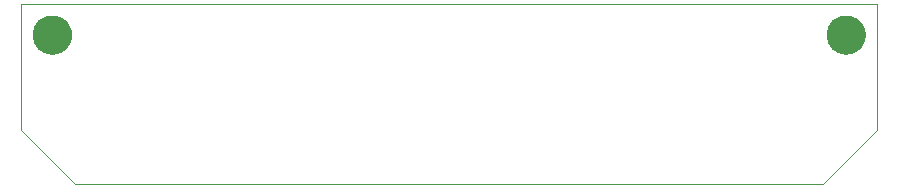
<source format=gbs>
G75*
%MOIN*%
%OFA0B0*%
%FSLAX25Y25*%
%IPPOS*%
%LPD*%
%AMOC8*
5,1,8,0,0,1.08239X$1,22.5*
%
%ADD10C,0.00000*%
%ADD11C,0.12998*%
D10*
X0018917Y0001200D02*
X0268523Y0001200D01*
X0286239Y0018917D01*
X0286239Y0061043D01*
X0001200Y0061043D01*
X0001200Y0018917D01*
X0018917Y0001200D01*
X0005137Y0050806D02*
X0005139Y0050964D01*
X0005145Y0051122D01*
X0005155Y0051280D01*
X0005169Y0051438D01*
X0005187Y0051595D01*
X0005208Y0051752D01*
X0005234Y0051908D01*
X0005264Y0052064D01*
X0005297Y0052219D01*
X0005335Y0052372D01*
X0005376Y0052525D01*
X0005421Y0052677D01*
X0005470Y0052828D01*
X0005523Y0052977D01*
X0005579Y0053125D01*
X0005639Y0053271D01*
X0005703Y0053416D01*
X0005771Y0053559D01*
X0005842Y0053701D01*
X0005916Y0053841D01*
X0005994Y0053978D01*
X0006076Y0054114D01*
X0006160Y0054248D01*
X0006249Y0054379D01*
X0006340Y0054508D01*
X0006435Y0054635D01*
X0006532Y0054760D01*
X0006633Y0054882D01*
X0006737Y0055001D01*
X0006844Y0055118D01*
X0006954Y0055232D01*
X0007067Y0055343D01*
X0007182Y0055452D01*
X0007300Y0055557D01*
X0007421Y0055659D01*
X0007544Y0055759D01*
X0007670Y0055855D01*
X0007798Y0055948D01*
X0007928Y0056038D01*
X0008061Y0056124D01*
X0008196Y0056208D01*
X0008332Y0056287D01*
X0008471Y0056364D01*
X0008612Y0056436D01*
X0008754Y0056506D01*
X0008898Y0056571D01*
X0009044Y0056633D01*
X0009191Y0056691D01*
X0009340Y0056746D01*
X0009490Y0056797D01*
X0009641Y0056844D01*
X0009793Y0056887D01*
X0009946Y0056926D01*
X0010101Y0056962D01*
X0010256Y0056993D01*
X0010412Y0057021D01*
X0010568Y0057045D01*
X0010725Y0057065D01*
X0010883Y0057081D01*
X0011040Y0057093D01*
X0011199Y0057101D01*
X0011357Y0057105D01*
X0011515Y0057105D01*
X0011673Y0057101D01*
X0011832Y0057093D01*
X0011989Y0057081D01*
X0012147Y0057065D01*
X0012304Y0057045D01*
X0012460Y0057021D01*
X0012616Y0056993D01*
X0012771Y0056962D01*
X0012926Y0056926D01*
X0013079Y0056887D01*
X0013231Y0056844D01*
X0013382Y0056797D01*
X0013532Y0056746D01*
X0013681Y0056691D01*
X0013828Y0056633D01*
X0013974Y0056571D01*
X0014118Y0056506D01*
X0014260Y0056436D01*
X0014401Y0056364D01*
X0014540Y0056287D01*
X0014676Y0056208D01*
X0014811Y0056124D01*
X0014944Y0056038D01*
X0015074Y0055948D01*
X0015202Y0055855D01*
X0015328Y0055759D01*
X0015451Y0055659D01*
X0015572Y0055557D01*
X0015690Y0055452D01*
X0015805Y0055343D01*
X0015918Y0055232D01*
X0016028Y0055118D01*
X0016135Y0055001D01*
X0016239Y0054882D01*
X0016340Y0054760D01*
X0016437Y0054635D01*
X0016532Y0054508D01*
X0016623Y0054379D01*
X0016712Y0054248D01*
X0016796Y0054114D01*
X0016878Y0053978D01*
X0016956Y0053841D01*
X0017030Y0053701D01*
X0017101Y0053559D01*
X0017169Y0053416D01*
X0017233Y0053271D01*
X0017293Y0053125D01*
X0017349Y0052977D01*
X0017402Y0052828D01*
X0017451Y0052677D01*
X0017496Y0052525D01*
X0017537Y0052372D01*
X0017575Y0052219D01*
X0017608Y0052064D01*
X0017638Y0051908D01*
X0017664Y0051752D01*
X0017685Y0051595D01*
X0017703Y0051438D01*
X0017717Y0051280D01*
X0017727Y0051122D01*
X0017733Y0050964D01*
X0017735Y0050806D01*
X0017733Y0050648D01*
X0017727Y0050490D01*
X0017717Y0050332D01*
X0017703Y0050174D01*
X0017685Y0050017D01*
X0017664Y0049860D01*
X0017638Y0049704D01*
X0017608Y0049548D01*
X0017575Y0049393D01*
X0017537Y0049240D01*
X0017496Y0049087D01*
X0017451Y0048935D01*
X0017402Y0048784D01*
X0017349Y0048635D01*
X0017293Y0048487D01*
X0017233Y0048341D01*
X0017169Y0048196D01*
X0017101Y0048053D01*
X0017030Y0047911D01*
X0016956Y0047771D01*
X0016878Y0047634D01*
X0016796Y0047498D01*
X0016712Y0047364D01*
X0016623Y0047233D01*
X0016532Y0047104D01*
X0016437Y0046977D01*
X0016340Y0046852D01*
X0016239Y0046730D01*
X0016135Y0046611D01*
X0016028Y0046494D01*
X0015918Y0046380D01*
X0015805Y0046269D01*
X0015690Y0046160D01*
X0015572Y0046055D01*
X0015451Y0045953D01*
X0015328Y0045853D01*
X0015202Y0045757D01*
X0015074Y0045664D01*
X0014944Y0045574D01*
X0014811Y0045488D01*
X0014676Y0045404D01*
X0014540Y0045325D01*
X0014401Y0045248D01*
X0014260Y0045176D01*
X0014118Y0045106D01*
X0013974Y0045041D01*
X0013828Y0044979D01*
X0013681Y0044921D01*
X0013532Y0044866D01*
X0013382Y0044815D01*
X0013231Y0044768D01*
X0013079Y0044725D01*
X0012926Y0044686D01*
X0012771Y0044650D01*
X0012616Y0044619D01*
X0012460Y0044591D01*
X0012304Y0044567D01*
X0012147Y0044547D01*
X0011989Y0044531D01*
X0011832Y0044519D01*
X0011673Y0044511D01*
X0011515Y0044507D01*
X0011357Y0044507D01*
X0011199Y0044511D01*
X0011040Y0044519D01*
X0010883Y0044531D01*
X0010725Y0044547D01*
X0010568Y0044567D01*
X0010412Y0044591D01*
X0010256Y0044619D01*
X0010101Y0044650D01*
X0009946Y0044686D01*
X0009793Y0044725D01*
X0009641Y0044768D01*
X0009490Y0044815D01*
X0009340Y0044866D01*
X0009191Y0044921D01*
X0009044Y0044979D01*
X0008898Y0045041D01*
X0008754Y0045106D01*
X0008612Y0045176D01*
X0008471Y0045248D01*
X0008332Y0045325D01*
X0008196Y0045404D01*
X0008061Y0045488D01*
X0007928Y0045574D01*
X0007798Y0045664D01*
X0007670Y0045757D01*
X0007544Y0045853D01*
X0007421Y0045953D01*
X0007300Y0046055D01*
X0007182Y0046160D01*
X0007067Y0046269D01*
X0006954Y0046380D01*
X0006844Y0046494D01*
X0006737Y0046611D01*
X0006633Y0046730D01*
X0006532Y0046852D01*
X0006435Y0046977D01*
X0006340Y0047104D01*
X0006249Y0047233D01*
X0006160Y0047364D01*
X0006076Y0047498D01*
X0005994Y0047634D01*
X0005916Y0047771D01*
X0005842Y0047911D01*
X0005771Y0048053D01*
X0005703Y0048196D01*
X0005639Y0048341D01*
X0005579Y0048487D01*
X0005523Y0048635D01*
X0005470Y0048784D01*
X0005421Y0048935D01*
X0005376Y0049087D01*
X0005335Y0049240D01*
X0005297Y0049393D01*
X0005264Y0049548D01*
X0005234Y0049704D01*
X0005208Y0049860D01*
X0005187Y0050017D01*
X0005169Y0050174D01*
X0005155Y0050332D01*
X0005145Y0050490D01*
X0005139Y0050648D01*
X0005137Y0050806D01*
X0269704Y0050806D02*
X0269706Y0050964D01*
X0269712Y0051122D01*
X0269722Y0051280D01*
X0269736Y0051438D01*
X0269754Y0051595D01*
X0269775Y0051752D01*
X0269801Y0051908D01*
X0269831Y0052064D01*
X0269864Y0052219D01*
X0269902Y0052372D01*
X0269943Y0052525D01*
X0269988Y0052677D01*
X0270037Y0052828D01*
X0270090Y0052977D01*
X0270146Y0053125D01*
X0270206Y0053271D01*
X0270270Y0053416D01*
X0270338Y0053559D01*
X0270409Y0053701D01*
X0270483Y0053841D01*
X0270561Y0053978D01*
X0270643Y0054114D01*
X0270727Y0054248D01*
X0270816Y0054379D01*
X0270907Y0054508D01*
X0271002Y0054635D01*
X0271099Y0054760D01*
X0271200Y0054882D01*
X0271304Y0055001D01*
X0271411Y0055118D01*
X0271521Y0055232D01*
X0271634Y0055343D01*
X0271749Y0055452D01*
X0271867Y0055557D01*
X0271988Y0055659D01*
X0272111Y0055759D01*
X0272237Y0055855D01*
X0272365Y0055948D01*
X0272495Y0056038D01*
X0272628Y0056124D01*
X0272763Y0056208D01*
X0272899Y0056287D01*
X0273038Y0056364D01*
X0273179Y0056436D01*
X0273321Y0056506D01*
X0273465Y0056571D01*
X0273611Y0056633D01*
X0273758Y0056691D01*
X0273907Y0056746D01*
X0274057Y0056797D01*
X0274208Y0056844D01*
X0274360Y0056887D01*
X0274513Y0056926D01*
X0274668Y0056962D01*
X0274823Y0056993D01*
X0274979Y0057021D01*
X0275135Y0057045D01*
X0275292Y0057065D01*
X0275450Y0057081D01*
X0275607Y0057093D01*
X0275766Y0057101D01*
X0275924Y0057105D01*
X0276082Y0057105D01*
X0276240Y0057101D01*
X0276399Y0057093D01*
X0276556Y0057081D01*
X0276714Y0057065D01*
X0276871Y0057045D01*
X0277027Y0057021D01*
X0277183Y0056993D01*
X0277338Y0056962D01*
X0277493Y0056926D01*
X0277646Y0056887D01*
X0277798Y0056844D01*
X0277949Y0056797D01*
X0278099Y0056746D01*
X0278248Y0056691D01*
X0278395Y0056633D01*
X0278541Y0056571D01*
X0278685Y0056506D01*
X0278827Y0056436D01*
X0278968Y0056364D01*
X0279107Y0056287D01*
X0279243Y0056208D01*
X0279378Y0056124D01*
X0279511Y0056038D01*
X0279641Y0055948D01*
X0279769Y0055855D01*
X0279895Y0055759D01*
X0280018Y0055659D01*
X0280139Y0055557D01*
X0280257Y0055452D01*
X0280372Y0055343D01*
X0280485Y0055232D01*
X0280595Y0055118D01*
X0280702Y0055001D01*
X0280806Y0054882D01*
X0280907Y0054760D01*
X0281004Y0054635D01*
X0281099Y0054508D01*
X0281190Y0054379D01*
X0281279Y0054248D01*
X0281363Y0054114D01*
X0281445Y0053978D01*
X0281523Y0053841D01*
X0281597Y0053701D01*
X0281668Y0053559D01*
X0281736Y0053416D01*
X0281800Y0053271D01*
X0281860Y0053125D01*
X0281916Y0052977D01*
X0281969Y0052828D01*
X0282018Y0052677D01*
X0282063Y0052525D01*
X0282104Y0052372D01*
X0282142Y0052219D01*
X0282175Y0052064D01*
X0282205Y0051908D01*
X0282231Y0051752D01*
X0282252Y0051595D01*
X0282270Y0051438D01*
X0282284Y0051280D01*
X0282294Y0051122D01*
X0282300Y0050964D01*
X0282302Y0050806D01*
X0282300Y0050648D01*
X0282294Y0050490D01*
X0282284Y0050332D01*
X0282270Y0050174D01*
X0282252Y0050017D01*
X0282231Y0049860D01*
X0282205Y0049704D01*
X0282175Y0049548D01*
X0282142Y0049393D01*
X0282104Y0049240D01*
X0282063Y0049087D01*
X0282018Y0048935D01*
X0281969Y0048784D01*
X0281916Y0048635D01*
X0281860Y0048487D01*
X0281800Y0048341D01*
X0281736Y0048196D01*
X0281668Y0048053D01*
X0281597Y0047911D01*
X0281523Y0047771D01*
X0281445Y0047634D01*
X0281363Y0047498D01*
X0281279Y0047364D01*
X0281190Y0047233D01*
X0281099Y0047104D01*
X0281004Y0046977D01*
X0280907Y0046852D01*
X0280806Y0046730D01*
X0280702Y0046611D01*
X0280595Y0046494D01*
X0280485Y0046380D01*
X0280372Y0046269D01*
X0280257Y0046160D01*
X0280139Y0046055D01*
X0280018Y0045953D01*
X0279895Y0045853D01*
X0279769Y0045757D01*
X0279641Y0045664D01*
X0279511Y0045574D01*
X0279378Y0045488D01*
X0279243Y0045404D01*
X0279107Y0045325D01*
X0278968Y0045248D01*
X0278827Y0045176D01*
X0278685Y0045106D01*
X0278541Y0045041D01*
X0278395Y0044979D01*
X0278248Y0044921D01*
X0278099Y0044866D01*
X0277949Y0044815D01*
X0277798Y0044768D01*
X0277646Y0044725D01*
X0277493Y0044686D01*
X0277338Y0044650D01*
X0277183Y0044619D01*
X0277027Y0044591D01*
X0276871Y0044567D01*
X0276714Y0044547D01*
X0276556Y0044531D01*
X0276399Y0044519D01*
X0276240Y0044511D01*
X0276082Y0044507D01*
X0275924Y0044507D01*
X0275766Y0044511D01*
X0275607Y0044519D01*
X0275450Y0044531D01*
X0275292Y0044547D01*
X0275135Y0044567D01*
X0274979Y0044591D01*
X0274823Y0044619D01*
X0274668Y0044650D01*
X0274513Y0044686D01*
X0274360Y0044725D01*
X0274208Y0044768D01*
X0274057Y0044815D01*
X0273907Y0044866D01*
X0273758Y0044921D01*
X0273611Y0044979D01*
X0273465Y0045041D01*
X0273321Y0045106D01*
X0273179Y0045176D01*
X0273038Y0045248D01*
X0272899Y0045325D01*
X0272763Y0045404D01*
X0272628Y0045488D01*
X0272495Y0045574D01*
X0272365Y0045664D01*
X0272237Y0045757D01*
X0272111Y0045853D01*
X0271988Y0045953D01*
X0271867Y0046055D01*
X0271749Y0046160D01*
X0271634Y0046269D01*
X0271521Y0046380D01*
X0271411Y0046494D01*
X0271304Y0046611D01*
X0271200Y0046730D01*
X0271099Y0046852D01*
X0271002Y0046977D01*
X0270907Y0047104D01*
X0270816Y0047233D01*
X0270727Y0047364D01*
X0270643Y0047498D01*
X0270561Y0047634D01*
X0270483Y0047771D01*
X0270409Y0047911D01*
X0270338Y0048053D01*
X0270270Y0048196D01*
X0270206Y0048341D01*
X0270146Y0048487D01*
X0270090Y0048635D01*
X0270037Y0048784D01*
X0269988Y0048935D01*
X0269943Y0049087D01*
X0269902Y0049240D01*
X0269864Y0049393D01*
X0269831Y0049548D01*
X0269801Y0049704D01*
X0269775Y0049860D01*
X0269754Y0050017D01*
X0269736Y0050174D01*
X0269722Y0050332D01*
X0269712Y0050490D01*
X0269706Y0050648D01*
X0269704Y0050806D01*
D11*
X0276003Y0050806D03*
X0011436Y0050806D03*
M02*

</source>
